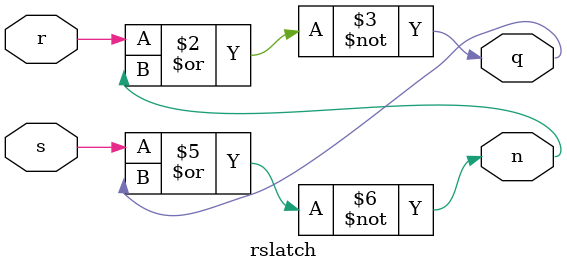
<source format=sv>
module rslatch (input logic r, s, output logic q, n);
    always_comb begin
        q = ~(r|n); // Use = instead of <=
    end
    always_comb begin
        n = ~(s|q);
    end
endmodule

</source>
